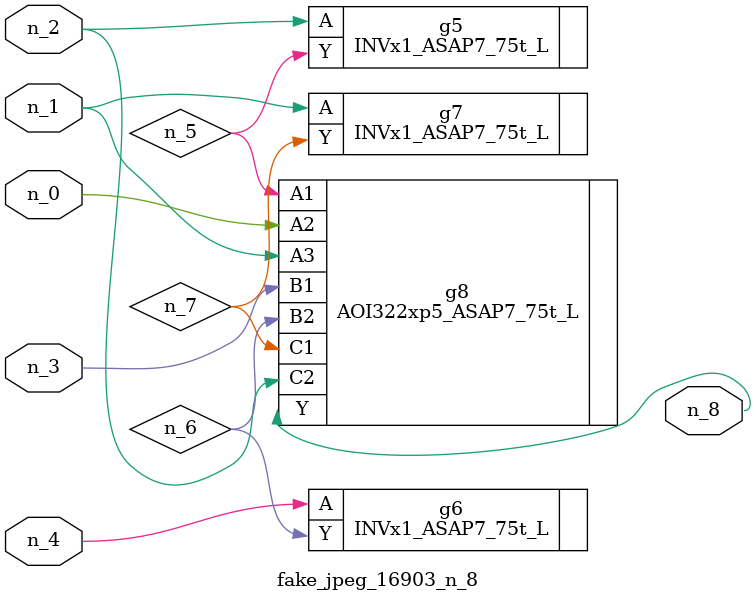
<source format=v>
module fake_jpeg_16903_n_8 (n_3, n_2, n_1, n_0, n_4, n_8);

input n_3;
input n_2;
input n_1;
input n_0;
input n_4;

output n_8;

wire n_6;
wire n_5;
wire n_7;

INVx1_ASAP7_75t_L g5 ( 
.A(n_2),
.Y(n_5)
);

INVx1_ASAP7_75t_L g6 ( 
.A(n_4),
.Y(n_6)
);

INVx1_ASAP7_75t_L g7 ( 
.A(n_1),
.Y(n_7)
);

AOI322xp5_ASAP7_75t_L g8 ( 
.A1(n_5),
.A2(n_0),
.A3(n_1),
.B1(n_3),
.B2(n_6),
.C1(n_7),
.C2(n_2),
.Y(n_8)
);


endmodule
</source>
